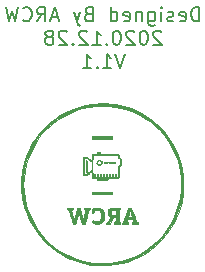
<source format=gbr>
%TF.GenerationSoftware,KiCad,Pcbnew,(5.1.8)-1*%
%TF.CreationDate,2020-12-28T01:33:14+08:00*%
%TF.ProjectId,PModCamera,504d6f64-4361-46d6-9572-612e6b696361,rev?*%
%TF.SameCoordinates,Original*%
%TF.FileFunction,Legend,Bot*%
%TF.FilePolarity,Positive*%
%FSLAX46Y46*%
G04 Gerber Fmt 4.6, Leading zero omitted, Abs format (unit mm)*
G04 Created by KiCad (PCBNEW (5.1.8)-1) date 2020-12-28 01:33:14*
%MOMM*%
%LPD*%
G01*
G04 APERTURE LIST*
%ADD10C,0.200000*%
%ADD11C,0.010000*%
G04 APERTURE END LIST*
D10*
X103872285Y-104841857D02*
X103872285Y-103641857D01*
X103586571Y-103641857D01*
X103415142Y-103699000D01*
X103300857Y-103813285D01*
X103243714Y-103927571D01*
X103186571Y-104156142D01*
X103186571Y-104327571D01*
X103243714Y-104556142D01*
X103300857Y-104670428D01*
X103415142Y-104784714D01*
X103586571Y-104841857D01*
X103872285Y-104841857D01*
X102215142Y-104784714D02*
X102329428Y-104841857D01*
X102558000Y-104841857D01*
X102672285Y-104784714D01*
X102729428Y-104670428D01*
X102729428Y-104213285D01*
X102672285Y-104099000D01*
X102558000Y-104041857D01*
X102329428Y-104041857D01*
X102215142Y-104099000D01*
X102158000Y-104213285D01*
X102158000Y-104327571D01*
X102729428Y-104441857D01*
X101700857Y-104784714D02*
X101586571Y-104841857D01*
X101358000Y-104841857D01*
X101243714Y-104784714D01*
X101186571Y-104670428D01*
X101186571Y-104613285D01*
X101243714Y-104499000D01*
X101358000Y-104441857D01*
X101529428Y-104441857D01*
X101643714Y-104384714D01*
X101700857Y-104270428D01*
X101700857Y-104213285D01*
X101643714Y-104099000D01*
X101529428Y-104041857D01*
X101358000Y-104041857D01*
X101243714Y-104099000D01*
X100672285Y-104841857D02*
X100672285Y-104041857D01*
X100672285Y-103641857D02*
X100729428Y-103699000D01*
X100672285Y-103756142D01*
X100615142Y-103699000D01*
X100672285Y-103641857D01*
X100672285Y-103756142D01*
X99586571Y-104041857D02*
X99586571Y-105013285D01*
X99643714Y-105127571D01*
X99700857Y-105184714D01*
X99815142Y-105241857D01*
X99986571Y-105241857D01*
X100100857Y-105184714D01*
X99586571Y-104784714D02*
X99700857Y-104841857D01*
X99929428Y-104841857D01*
X100043714Y-104784714D01*
X100100857Y-104727571D01*
X100158000Y-104613285D01*
X100158000Y-104270428D01*
X100100857Y-104156142D01*
X100043714Y-104099000D01*
X99929428Y-104041857D01*
X99700857Y-104041857D01*
X99586571Y-104099000D01*
X99015142Y-104041857D02*
X99015142Y-104841857D01*
X99015142Y-104156142D02*
X98958000Y-104099000D01*
X98843714Y-104041857D01*
X98672285Y-104041857D01*
X98558000Y-104099000D01*
X98500857Y-104213285D01*
X98500857Y-104841857D01*
X97472285Y-104784714D02*
X97586571Y-104841857D01*
X97815142Y-104841857D01*
X97929428Y-104784714D01*
X97986571Y-104670428D01*
X97986571Y-104213285D01*
X97929428Y-104099000D01*
X97815142Y-104041857D01*
X97586571Y-104041857D01*
X97472285Y-104099000D01*
X97415142Y-104213285D01*
X97415142Y-104327571D01*
X97986571Y-104441857D01*
X96386571Y-104841857D02*
X96386571Y-103641857D01*
X96386571Y-104784714D02*
X96500857Y-104841857D01*
X96729428Y-104841857D01*
X96843714Y-104784714D01*
X96900857Y-104727571D01*
X96958000Y-104613285D01*
X96958000Y-104270428D01*
X96900857Y-104156142D01*
X96843714Y-104099000D01*
X96729428Y-104041857D01*
X96500857Y-104041857D01*
X96386571Y-104099000D01*
X94500857Y-104213285D02*
X94329428Y-104270428D01*
X94272285Y-104327571D01*
X94215142Y-104441857D01*
X94215142Y-104613285D01*
X94272285Y-104727571D01*
X94329428Y-104784714D01*
X94443714Y-104841857D01*
X94900857Y-104841857D01*
X94900857Y-103641857D01*
X94500857Y-103641857D01*
X94386571Y-103699000D01*
X94329428Y-103756142D01*
X94272285Y-103870428D01*
X94272285Y-103984714D01*
X94329428Y-104099000D01*
X94386571Y-104156142D01*
X94500857Y-104213285D01*
X94900857Y-104213285D01*
X93815142Y-104041857D02*
X93529428Y-104841857D01*
X93243714Y-104041857D02*
X93529428Y-104841857D01*
X93643714Y-105127571D01*
X93700857Y-105184714D01*
X93815142Y-105241857D01*
X91929428Y-104499000D02*
X91358000Y-104499000D01*
X92043714Y-104841857D02*
X91643714Y-103641857D01*
X91243714Y-104841857D01*
X90158000Y-104841857D02*
X90558000Y-104270428D01*
X90843714Y-104841857D02*
X90843714Y-103641857D01*
X90386571Y-103641857D01*
X90272285Y-103699000D01*
X90215142Y-103756142D01*
X90158000Y-103870428D01*
X90158000Y-104041857D01*
X90215142Y-104156142D01*
X90272285Y-104213285D01*
X90386571Y-104270428D01*
X90843714Y-104270428D01*
X88958000Y-104727571D02*
X89015142Y-104784714D01*
X89186571Y-104841857D01*
X89300857Y-104841857D01*
X89472285Y-104784714D01*
X89586571Y-104670428D01*
X89643714Y-104556142D01*
X89700857Y-104327571D01*
X89700857Y-104156142D01*
X89643714Y-103927571D01*
X89586571Y-103813285D01*
X89472285Y-103699000D01*
X89300857Y-103641857D01*
X89186571Y-103641857D01*
X89015142Y-103699000D01*
X88958000Y-103756142D01*
X88558000Y-103641857D02*
X88272285Y-104841857D01*
X88043714Y-103984714D01*
X87815142Y-104841857D01*
X87529428Y-103641857D01*
X100672285Y-105756142D02*
X100615142Y-105699000D01*
X100500857Y-105641857D01*
X100215142Y-105641857D01*
X100100857Y-105699000D01*
X100043714Y-105756142D01*
X99986571Y-105870428D01*
X99986571Y-105984714D01*
X100043714Y-106156142D01*
X100729428Y-106841857D01*
X99986571Y-106841857D01*
X99243714Y-105641857D02*
X99129428Y-105641857D01*
X99015142Y-105699000D01*
X98958000Y-105756142D01*
X98900857Y-105870428D01*
X98843714Y-106099000D01*
X98843714Y-106384714D01*
X98900857Y-106613285D01*
X98958000Y-106727571D01*
X99015142Y-106784714D01*
X99129428Y-106841857D01*
X99243714Y-106841857D01*
X99358000Y-106784714D01*
X99415142Y-106727571D01*
X99472285Y-106613285D01*
X99529428Y-106384714D01*
X99529428Y-106099000D01*
X99472285Y-105870428D01*
X99415142Y-105756142D01*
X99358000Y-105699000D01*
X99243714Y-105641857D01*
X98386571Y-105756142D02*
X98329428Y-105699000D01*
X98215142Y-105641857D01*
X97929428Y-105641857D01*
X97815142Y-105699000D01*
X97758000Y-105756142D01*
X97700857Y-105870428D01*
X97700857Y-105984714D01*
X97758000Y-106156142D01*
X98443714Y-106841857D01*
X97700857Y-106841857D01*
X96958000Y-105641857D02*
X96843714Y-105641857D01*
X96729428Y-105699000D01*
X96672285Y-105756142D01*
X96615142Y-105870428D01*
X96558000Y-106099000D01*
X96558000Y-106384714D01*
X96615142Y-106613285D01*
X96672285Y-106727571D01*
X96729428Y-106784714D01*
X96843714Y-106841857D01*
X96958000Y-106841857D01*
X97072285Y-106784714D01*
X97129428Y-106727571D01*
X97186571Y-106613285D01*
X97243714Y-106384714D01*
X97243714Y-106099000D01*
X97186571Y-105870428D01*
X97129428Y-105756142D01*
X97072285Y-105699000D01*
X96958000Y-105641857D01*
X96043714Y-106727571D02*
X95986571Y-106784714D01*
X96043714Y-106841857D01*
X96100857Y-106784714D01*
X96043714Y-106727571D01*
X96043714Y-106841857D01*
X94843714Y-106841857D02*
X95529428Y-106841857D01*
X95186571Y-106841857D02*
X95186571Y-105641857D01*
X95300857Y-105813285D01*
X95415142Y-105927571D01*
X95529428Y-105984714D01*
X94386571Y-105756142D02*
X94329428Y-105699000D01*
X94215142Y-105641857D01*
X93929428Y-105641857D01*
X93815142Y-105699000D01*
X93758000Y-105756142D01*
X93700857Y-105870428D01*
X93700857Y-105984714D01*
X93758000Y-106156142D01*
X94443714Y-106841857D01*
X93700857Y-106841857D01*
X93186571Y-106727571D02*
X93129428Y-106784714D01*
X93186571Y-106841857D01*
X93243714Y-106784714D01*
X93186571Y-106727571D01*
X93186571Y-106841857D01*
X92672285Y-105756142D02*
X92615142Y-105699000D01*
X92500857Y-105641857D01*
X92215142Y-105641857D01*
X92100857Y-105699000D01*
X92043714Y-105756142D01*
X91986571Y-105870428D01*
X91986571Y-105984714D01*
X92043714Y-106156142D01*
X92729428Y-106841857D01*
X91986571Y-106841857D01*
X91300857Y-106156142D02*
X91415142Y-106099000D01*
X91472285Y-106041857D01*
X91529428Y-105927571D01*
X91529428Y-105870428D01*
X91472285Y-105756142D01*
X91415142Y-105699000D01*
X91300857Y-105641857D01*
X91072285Y-105641857D01*
X90958000Y-105699000D01*
X90900857Y-105756142D01*
X90843714Y-105870428D01*
X90843714Y-105927571D01*
X90900857Y-106041857D01*
X90958000Y-106099000D01*
X91072285Y-106156142D01*
X91300857Y-106156142D01*
X91415142Y-106213285D01*
X91472285Y-106270428D01*
X91529428Y-106384714D01*
X91529428Y-106613285D01*
X91472285Y-106727571D01*
X91415142Y-106784714D01*
X91300857Y-106841857D01*
X91072285Y-106841857D01*
X90958000Y-106784714D01*
X90900857Y-106727571D01*
X90843714Y-106613285D01*
X90843714Y-106384714D01*
X90900857Y-106270428D01*
X90958000Y-106213285D01*
X91072285Y-106156142D01*
X97586571Y-107641857D02*
X97186571Y-108841857D01*
X96786571Y-107641857D01*
X95758000Y-108841857D02*
X96443714Y-108841857D01*
X96100857Y-108841857D02*
X96100857Y-107641857D01*
X96215142Y-107813285D01*
X96329428Y-107927571D01*
X96443714Y-107984714D01*
X95243714Y-108727571D02*
X95186571Y-108784714D01*
X95243714Y-108841857D01*
X95300857Y-108784714D01*
X95243714Y-108727571D01*
X95243714Y-108841857D01*
X94043714Y-108841857D02*
X94729428Y-108841857D01*
X94386571Y-108841857D02*
X94386571Y-107641857D01*
X94500857Y-107813285D01*
X94615142Y-107927571D01*
X94729428Y-107984714D01*
D11*
%TO.C,G\u002A\u002A\u002A*%
G36*
X95415180Y-111801391D02*
G01*
X95198706Y-111807456D01*
X95006421Y-111819090D01*
X94825064Y-111837543D01*
X94641377Y-111864065D01*
X94442099Y-111899905D01*
X94297500Y-111928877D01*
X93727500Y-112072119D01*
X93173621Y-112262780D01*
X92638906Y-112499223D01*
X92126393Y-112779807D01*
X91639122Y-113102896D01*
X91180135Y-113466850D01*
X90817311Y-113804310D01*
X90420170Y-114237085D01*
X90062512Y-114700706D01*
X89745978Y-115192134D01*
X89472204Y-115708328D01*
X89242829Y-116246248D01*
X89059492Y-116802855D01*
X88941878Y-117284500D01*
X88899292Y-117501078D01*
X88866839Y-117693423D01*
X88843268Y-117874795D01*
X88827330Y-118058452D01*
X88817777Y-118257654D01*
X88813359Y-118485661D01*
X88812648Y-118656100D01*
X88814392Y-118910020D01*
X88820457Y-119126494D01*
X88832091Y-119318779D01*
X88850544Y-119500136D01*
X88877066Y-119683823D01*
X88912906Y-119883101D01*
X88941878Y-120027700D01*
X89085120Y-120597700D01*
X89275781Y-121151579D01*
X89512224Y-121686294D01*
X89792808Y-122198807D01*
X90115897Y-122686078D01*
X90479851Y-123145065D01*
X90817311Y-123507889D01*
X91252034Y-123907144D01*
X91715911Y-124265232D01*
X92207114Y-124581243D01*
X92723816Y-124854270D01*
X93264192Y-125083404D01*
X93826414Y-125267736D01*
X94408656Y-125406360D01*
X94754700Y-125465443D01*
X94855761Y-125476774D01*
X94994445Y-125487440D01*
X95160142Y-125497088D01*
X95342244Y-125505367D01*
X95530139Y-125511922D01*
X95713217Y-125516402D01*
X95880869Y-125518453D01*
X96022485Y-125517723D01*
X96127454Y-125513859D01*
X96151700Y-125511890D01*
X96725968Y-125437296D01*
X97266239Y-125329952D01*
X97779086Y-125187685D01*
X98271082Y-125008320D01*
X98748801Y-124789680D01*
X99218815Y-124529591D01*
X99334761Y-124458539D01*
X99804555Y-124135540D01*
X100244632Y-123773001D01*
X100652819Y-123374070D01*
X101026940Y-122941894D01*
X101364823Y-122479619D01*
X101664292Y-121990392D01*
X101923173Y-121477361D01*
X102139291Y-120943671D01*
X102310473Y-120392469D01*
X102396323Y-120027700D01*
X102438909Y-119811121D01*
X102471362Y-119618776D01*
X102494933Y-119437404D01*
X102510871Y-119253747D01*
X102520424Y-119054545D01*
X102524842Y-118826538D01*
X102525553Y-118656100D01*
X102336601Y-118656100D01*
X102311713Y-119239775D01*
X102237657Y-119813255D01*
X102115342Y-120374147D01*
X101945674Y-120920063D01*
X101729564Y-121448611D01*
X101467919Y-121957402D01*
X101161649Y-122444046D01*
X100811661Y-122906151D01*
X100649085Y-123095446D01*
X100242932Y-123513703D01*
X99806767Y-123891449D01*
X99342487Y-124227697D01*
X98851989Y-124521462D01*
X98337174Y-124771759D01*
X97799937Y-124977602D01*
X97242178Y-125138005D01*
X96665796Y-125251983D01*
X96434421Y-125283874D01*
X96224612Y-125302992D01*
X95980486Y-125314910D01*
X95718015Y-125319613D01*
X95453170Y-125317084D01*
X95201925Y-125307308D01*
X94980252Y-125290266D01*
X94935867Y-125285404D01*
X94355427Y-125194661D01*
X93800697Y-125060939D01*
X93269173Y-124883507D01*
X92758350Y-124661631D01*
X92689914Y-124627768D01*
X92182228Y-124345119D01*
X91706286Y-124024198D01*
X91263611Y-123667471D01*
X90855727Y-123277404D01*
X90484156Y-122856464D01*
X90150420Y-122407115D01*
X89856045Y-121931825D01*
X89602551Y-121433058D01*
X89391463Y-120913280D01*
X89224303Y-120374958D01*
X89102594Y-119820557D01*
X89027860Y-119252544D01*
X89001622Y-118673383D01*
X89001600Y-118656099D01*
X89026519Y-118074744D01*
X89100453Y-117503444D01*
X89222173Y-116944781D01*
X89390445Y-116401338D01*
X89604040Y-115875695D01*
X89861727Y-115370435D01*
X90162273Y-114888140D01*
X90504448Y-114431391D01*
X90887020Y-114002771D01*
X91308759Y-113604860D01*
X91478100Y-113462999D01*
X91935335Y-113124447D01*
X92416266Y-112829270D01*
X92917644Y-112577806D01*
X93436219Y-112370390D01*
X93968740Y-112207361D01*
X94511958Y-112089055D01*
X95062623Y-112015809D01*
X95617486Y-111987961D01*
X96173295Y-112005846D01*
X96726801Y-112069803D01*
X97274755Y-112180167D01*
X97813906Y-112337276D01*
X98341004Y-112541468D01*
X98703461Y-112713829D01*
X99209665Y-113001815D01*
X99683518Y-113327595D01*
X100123534Y-113688745D01*
X100528231Y-114082837D01*
X100896126Y-114507446D01*
X101225734Y-114960144D01*
X101515573Y-115438507D01*
X101764158Y-115940107D01*
X101970008Y-116462519D01*
X102131637Y-117003316D01*
X102247564Y-117560073D01*
X102316304Y-118130362D01*
X102336601Y-118656100D01*
X102525553Y-118656100D01*
X102523809Y-118402179D01*
X102517744Y-118185705D01*
X102506110Y-117993420D01*
X102487657Y-117812063D01*
X102461135Y-117628376D01*
X102425295Y-117429098D01*
X102396323Y-117284500D01*
X102253081Y-116714499D01*
X102062420Y-116160620D01*
X101825977Y-115625905D01*
X101545393Y-115113392D01*
X101222304Y-114626121D01*
X100858350Y-114167134D01*
X100520890Y-113804310D01*
X100088115Y-113407169D01*
X99624494Y-113049511D01*
X99133066Y-112732977D01*
X98616872Y-112459203D01*
X98078952Y-112229828D01*
X97522345Y-112046491D01*
X97040700Y-111928877D01*
X96824122Y-111886291D01*
X96631777Y-111853838D01*
X96450405Y-111830267D01*
X96266748Y-111814329D01*
X96067546Y-111804776D01*
X95839539Y-111800358D01*
X95669100Y-111799647D01*
X95415180Y-111801391D01*
G37*
X95415180Y-111801391D02*
X95198706Y-111807456D01*
X95006421Y-111819090D01*
X94825064Y-111837543D01*
X94641377Y-111864065D01*
X94442099Y-111899905D01*
X94297500Y-111928877D01*
X93727500Y-112072119D01*
X93173621Y-112262780D01*
X92638906Y-112499223D01*
X92126393Y-112779807D01*
X91639122Y-113102896D01*
X91180135Y-113466850D01*
X90817311Y-113804310D01*
X90420170Y-114237085D01*
X90062512Y-114700706D01*
X89745978Y-115192134D01*
X89472204Y-115708328D01*
X89242829Y-116246248D01*
X89059492Y-116802855D01*
X88941878Y-117284500D01*
X88899292Y-117501078D01*
X88866839Y-117693423D01*
X88843268Y-117874795D01*
X88827330Y-118058452D01*
X88817777Y-118257654D01*
X88813359Y-118485661D01*
X88812648Y-118656100D01*
X88814392Y-118910020D01*
X88820457Y-119126494D01*
X88832091Y-119318779D01*
X88850544Y-119500136D01*
X88877066Y-119683823D01*
X88912906Y-119883101D01*
X88941878Y-120027700D01*
X89085120Y-120597700D01*
X89275781Y-121151579D01*
X89512224Y-121686294D01*
X89792808Y-122198807D01*
X90115897Y-122686078D01*
X90479851Y-123145065D01*
X90817311Y-123507889D01*
X91252034Y-123907144D01*
X91715911Y-124265232D01*
X92207114Y-124581243D01*
X92723816Y-124854270D01*
X93264192Y-125083404D01*
X93826414Y-125267736D01*
X94408656Y-125406360D01*
X94754700Y-125465443D01*
X94855761Y-125476774D01*
X94994445Y-125487440D01*
X95160142Y-125497088D01*
X95342244Y-125505367D01*
X95530139Y-125511922D01*
X95713217Y-125516402D01*
X95880869Y-125518453D01*
X96022485Y-125517723D01*
X96127454Y-125513859D01*
X96151700Y-125511890D01*
X96725968Y-125437296D01*
X97266239Y-125329952D01*
X97779086Y-125187685D01*
X98271082Y-125008320D01*
X98748801Y-124789680D01*
X99218815Y-124529591D01*
X99334761Y-124458539D01*
X99804555Y-124135540D01*
X100244632Y-123773001D01*
X100652819Y-123374070D01*
X101026940Y-122941894D01*
X101364823Y-122479619D01*
X101664292Y-121990392D01*
X101923173Y-121477361D01*
X102139291Y-120943671D01*
X102310473Y-120392469D01*
X102396323Y-120027700D01*
X102438909Y-119811121D01*
X102471362Y-119618776D01*
X102494933Y-119437404D01*
X102510871Y-119253747D01*
X102520424Y-119054545D01*
X102524842Y-118826538D01*
X102525553Y-118656100D01*
X102336601Y-118656100D01*
X102311713Y-119239775D01*
X102237657Y-119813255D01*
X102115342Y-120374147D01*
X101945674Y-120920063D01*
X101729564Y-121448611D01*
X101467919Y-121957402D01*
X101161649Y-122444046D01*
X100811661Y-122906151D01*
X100649085Y-123095446D01*
X100242932Y-123513703D01*
X99806767Y-123891449D01*
X99342487Y-124227697D01*
X98851989Y-124521462D01*
X98337174Y-124771759D01*
X97799937Y-124977602D01*
X97242178Y-125138005D01*
X96665796Y-125251983D01*
X96434421Y-125283874D01*
X96224612Y-125302992D01*
X95980486Y-125314910D01*
X95718015Y-125319613D01*
X95453170Y-125317084D01*
X95201925Y-125307308D01*
X94980252Y-125290266D01*
X94935867Y-125285404D01*
X94355427Y-125194661D01*
X93800697Y-125060939D01*
X93269173Y-124883507D01*
X92758350Y-124661631D01*
X92689914Y-124627768D01*
X92182228Y-124345119D01*
X91706286Y-124024198D01*
X91263611Y-123667471D01*
X90855727Y-123277404D01*
X90484156Y-122856464D01*
X90150420Y-122407115D01*
X89856045Y-121931825D01*
X89602551Y-121433058D01*
X89391463Y-120913280D01*
X89224303Y-120374958D01*
X89102594Y-119820557D01*
X89027860Y-119252544D01*
X89001622Y-118673383D01*
X89001600Y-118656099D01*
X89026519Y-118074744D01*
X89100453Y-117503444D01*
X89222173Y-116944781D01*
X89390445Y-116401338D01*
X89604040Y-115875695D01*
X89861727Y-115370435D01*
X90162273Y-114888140D01*
X90504448Y-114431391D01*
X90887020Y-114002771D01*
X91308759Y-113604860D01*
X91478100Y-113462999D01*
X91935335Y-113124447D01*
X92416266Y-112829270D01*
X92917644Y-112577806D01*
X93436219Y-112370390D01*
X93968740Y-112207361D01*
X94511958Y-112089055D01*
X95062623Y-112015809D01*
X95617486Y-111987961D01*
X96173295Y-112005846D01*
X96726801Y-112069803D01*
X97274755Y-112180167D01*
X97813906Y-112337276D01*
X98341004Y-112541468D01*
X98703461Y-112713829D01*
X99209665Y-113001815D01*
X99683518Y-113327595D01*
X100123534Y-113688745D01*
X100528231Y-114082837D01*
X100896126Y-114507446D01*
X101225734Y-114960144D01*
X101515573Y-115438507D01*
X101764158Y-115940107D01*
X101970008Y-116462519D01*
X102131637Y-117003316D01*
X102247564Y-117560073D01*
X102316304Y-118130362D01*
X102336601Y-118656100D01*
X102525553Y-118656100D01*
X102523809Y-118402179D01*
X102517744Y-118185705D01*
X102506110Y-117993420D01*
X102487657Y-117812063D01*
X102461135Y-117628376D01*
X102425295Y-117429098D01*
X102396323Y-117284500D01*
X102253081Y-116714499D01*
X102062420Y-116160620D01*
X101825977Y-115625905D01*
X101545393Y-115113392D01*
X101222304Y-114626121D01*
X100858350Y-114167134D01*
X100520890Y-113804310D01*
X100088115Y-113407169D01*
X99624494Y-113049511D01*
X99133066Y-112732977D01*
X98616872Y-112459203D01*
X98078952Y-112229828D01*
X97522345Y-112046491D01*
X97040700Y-111928877D01*
X96824122Y-111886291D01*
X96631777Y-111853838D01*
X96450405Y-111830267D01*
X96266748Y-111814329D01*
X96067546Y-111804776D01*
X95839539Y-111800358D01*
X95669100Y-111799647D01*
X95415180Y-111801391D01*
G36*
X95095882Y-120634067D02*
G01*
X94986548Y-120654706D01*
X94894792Y-120684322D01*
X94831508Y-120719355D01*
X94807591Y-120756251D01*
X94807617Y-120757950D01*
X94809671Y-120808700D01*
X94812493Y-120887329D01*
X94813967Y-120931087D01*
X94818131Y-121006683D01*
X94829023Y-121043630D01*
X94854009Y-121054073D01*
X94887147Y-121051737D01*
X94938793Y-121034820D01*
X94965833Y-120989529D01*
X94973103Y-120959861D01*
X94988515Y-120895787D01*
X95011142Y-120860941D01*
X95056407Y-120840798D01*
X95114638Y-120826568D01*
X95249141Y-120818609D01*
X95368792Y-120855375D01*
X95465275Y-120932588D01*
X95527709Y-121039003D01*
X95544852Y-121117937D01*
X95553074Y-121227681D01*
X95552642Y-121349415D01*
X95543821Y-121464316D01*
X95526878Y-121553562D01*
X95520154Y-121572751D01*
X95476848Y-121644685D01*
X95415114Y-121714423D01*
X95403905Y-121724335D01*
X95303154Y-121777858D01*
X95180548Y-121794622D01*
X95049876Y-121774065D01*
X94970281Y-121742036D01*
X94870385Y-121691073D01*
X94826654Y-121757816D01*
X94798729Y-121806069D01*
X94801383Y-121834558D01*
X94832312Y-121862290D01*
X94962154Y-121935416D01*
X95117182Y-121983094D01*
X95276007Y-122000156D01*
X95370916Y-121992421D01*
X95520957Y-121944874D01*
X95639730Y-121858922D01*
X95696820Y-121789653D01*
X95781306Y-121625070D01*
X95825435Y-121440891D01*
X95829233Y-121248337D01*
X95792728Y-121058632D01*
X95715944Y-120882998D01*
X95694609Y-120848808D01*
X95597461Y-120746102D01*
X95465744Y-120672314D01*
X95309513Y-120632086D01*
X95211900Y-120625959D01*
X95095882Y-120634067D01*
G37*
X95095882Y-120634067D02*
X94986548Y-120654706D01*
X94894792Y-120684322D01*
X94831508Y-120719355D01*
X94807591Y-120756251D01*
X94807617Y-120757950D01*
X94809671Y-120808700D01*
X94812493Y-120887329D01*
X94813967Y-120931087D01*
X94818131Y-121006683D01*
X94829023Y-121043630D01*
X94854009Y-121054073D01*
X94887147Y-121051737D01*
X94938793Y-121034820D01*
X94965833Y-120989529D01*
X94973103Y-120959861D01*
X94988515Y-120895787D01*
X95011142Y-120860941D01*
X95056407Y-120840798D01*
X95114638Y-120826568D01*
X95249141Y-120818609D01*
X95368792Y-120855375D01*
X95465275Y-120932588D01*
X95527709Y-121039003D01*
X95544852Y-121117937D01*
X95553074Y-121227681D01*
X95552642Y-121349415D01*
X95543821Y-121464316D01*
X95526878Y-121553562D01*
X95520154Y-121572751D01*
X95476848Y-121644685D01*
X95415114Y-121714423D01*
X95403905Y-121724335D01*
X95303154Y-121777858D01*
X95180548Y-121794622D01*
X95049876Y-121774065D01*
X94970281Y-121742036D01*
X94870385Y-121691073D01*
X94826654Y-121757816D01*
X94798729Y-121806069D01*
X94801383Y-121834558D01*
X94832312Y-121862290D01*
X94962154Y-121935416D01*
X95117182Y-121983094D01*
X95276007Y-122000156D01*
X95370916Y-121992421D01*
X95520957Y-121944874D01*
X95639730Y-121858922D01*
X95696820Y-121789653D01*
X95781306Y-121625070D01*
X95825435Y-121440891D01*
X95829233Y-121248337D01*
X95792728Y-121058632D01*
X95715944Y-120882998D01*
X95694609Y-120848808D01*
X95597461Y-120746102D01*
X95465744Y-120672314D01*
X95309513Y-120632086D01*
X95211900Y-120625959D01*
X95095882Y-120634067D01*
G36*
X97651238Y-121244272D02*
G01*
X97584810Y-121431758D01*
X97531875Y-121576418D01*
X97490077Y-121683690D01*
X97457056Y-121759012D01*
X97430453Y-121807821D01*
X97407912Y-121835554D01*
X97389950Y-121846704D01*
X97342312Y-121886028D01*
X97332800Y-121931881D01*
X97332800Y-121996200D01*
X97869575Y-121996200D01*
X97861538Y-121926350D01*
X97840491Y-121868914D01*
X97796350Y-121848383D01*
X97754738Y-121833696D01*
X97741438Y-121798811D01*
X97754485Y-121733446D01*
X97767085Y-121695190D01*
X97794970Y-121615200D01*
X98264895Y-121615200D01*
X98305344Y-121718174D01*
X98328157Y-121787943D01*
X98326246Y-121822737D01*
X98315547Y-121830037D01*
X98243344Y-121854376D01*
X98208055Y-121878872D01*
X98196938Y-121914415D01*
X98196400Y-121931902D01*
X98197992Y-121961689D01*
X98209109Y-121980474D01*
X98239268Y-121990795D01*
X98297984Y-121995186D01*
X98394773Y-121996183D01*
X98437700Y-121996200D01*
X98549485Y-121995772D01*
X98619986Y-121992803D01*
X98658718Y-121984765D01*
X98675197Y-121969128D01*
X98678939Y-121943362D01*
X98679000Y-121932071D01*
X98659368Y-121871431D01*
X98618973Y-121845120D01*
X98597199Y-121831009D01*
X98573543Y-121801502D01*
X98545503Y-121751126D01*
X98510579Y-121674404D01*
X98466268Y-121565863D01*
X98416763Y-121437400D01*
X98218439Y-121437400D01*
X98026902Y-121437400D01*
X97924870Y-121435100D01*
X97866950Y-121427434D01*
X97846630Y-121413248D01*
X97847509Y-121405650D01*
X97859264Y-121368871D01*
X97881189Y-121295265D01*
X97909722Y-121196913D01*
X97930250Y-121124993D01*
X97961406Y-121023932D01*
X97989974Y-120946950D01*
X98012232Y-120903230D01*
X98022379Y-120897618D01*
X98038927Y-120929369D01*
X98066881Y-120998442D01*
X98101977Y-121093835D01*
X98131174Y-121178274D01*
X98218439Y-121437400D01*
X98416763Y-121437400D01*
X98410068Y-121420028D01*
X98343589Y-121242498D01*
X98128233Y-120662700D01*
X97855376Y-120662700D01*
X97651238Y-121244272D01*
G37*
X97651238Y-121244272D02*
X97584810Y-121431758D01*
X97531875Y-121576418D01*
X97490077Y-121683690D01*
X97457056Y-121759012D01*
X97430453Y-121807821D01*
X97407912Y-121835554D01*
X97389950Y-121846704D01*
X97342312Y-121886028D01*
X97332800Y-121931881D01*
X97332800Y-121996200D01*
X97869575Y-121996200D01*
X97861538Y-121926350D01*
X97840491Y-121868914D01*
X97796350Y-121848383D01*
X97754738Y-121833696D01*
X97741438Y-121798811D01*
X97754485Y-121733446D01*
X97767085Y-121695190D01*
X97794970Y-121615200D01*
X98264895Y-121615200D01*
X98305344Y-121718174D01*
X98328157Y-121787943D01*
X98326246Y-121822737D01*
X98315547Y-121830037D01*
X98243344Y-121854376D01*
X98208055Y-121878872D01*
X98196938Y-121914415D01*
X98196400Y-121931902D01*
X98197992Y-121961689D01*
X98209109Y-121980474D01*
X98239268Y-121990795D01*
X98297984Y-121995186D01*
X98394773Y-121996183D01*
X98437700Y-121996200D01*
X98549485Y-121995772D01*
X98619986Y-121992803D01*
X98658718Y-121984765D01*
X98675197Y-121969128D01*
X98678939Y-121943362D01*
X98679000Y-121932071D01*
X98659368Y-121871431D01*
X98618973Y-121845120D01*
X98597199Y-121831009D01*
X98573543Y-121801502D01*
X98545503Y-121751126D01*
X98510579Y-121674404D01*
X98466268Y-121565863D01*
X98416763Y-121437400D01*
X98218439Y-121437400D01*
X98026902Y-121437400D01*
X97924870Y-121435100D01*
X97866950Y-121427434D01*
X97846630Y-121413248D01*
X97847509Y-121405650D01*
X97859264Y-121368871D01*
X97881189Y-121295265D01*
X97909722Y-121196913D01*
X97930250Y-121124993D01*
X97961406Y-121023932D01*
X97989974Y-120946950D01*
X98012232Y-120903230D01*
X98022379Y-120897618D01*
X98038927Y-120929369D01*
X98066881Y-120998442D01*
X98101977Y-121093835D01*
X98131174Y-121178274D01*
X98218439Y-121437400D01*
X98416763Y-121437400D01*
X98410068Y-121420028D01*
X98343589Y-121242498D01*
X98128233Y-120662700D01*
X97855376Y-120662700D01*
X97651238Y-121244272D01*
G36*
X96600063Y-120653383D02*
G01*
X96446234Y-120665426D01*
X96331327Y-120688970D01*
X96249569Y-120726853D01*
X96195189Y-120781917D01*
X96162414Y-120857002D01*
X96145472Y-120954946D01*
X96143911Y-120972126D01*
X96149842Y-121116622D01*
X96195076Y-121229950D01*
X96280760Y-121314477D01*
X96320826Y-121337853D01*
X96416188Y-121386503D01*
X96355709Y-121446981D01*
X96312633Y-121501446D01*
X96260509Y-121583246D01*
X96216271Y-121663880D01*
X96154113Y-121769235D01*
X96096532Y-121831796D01*
X96074655Y-121844121D01*
X96023354Y-121883055D01*
X96012000Y-121932071D01*
X96015244Y-121967901D01*
X96033014Y-121987075D01*
X96077370Y-121994779D01*
X96160371Y-121996199D01*
X96161117Y-121996200D01*
X96310233Y-121996200D01*
X96408164Y-121776419D01*
X96470031Y-121642140D01*
X96519866Y-121548335D01*
X96563696Y-121487996D01*
X96607546Y-121454115D01*
X96657441Y-121439683D01*
X96699644Y-121437400D01*
X96799400Y-121437400D01*
X96799400Y-121625415D01*
X96798562Y-121721860D01*
X96793127Y-121779834D01*
X96778719Y-121811665D01*
X96750958Y-121829683D01*
X96723200Y-121839993D01*
X96666158Y-121871714D01*
X96647310Y-121920906D01*
X96647000Y-121931378D01*
X96647000Y-121996200D01*
X97180400Y-121996200D01*
X97180400Y-121932071D01*
X97161655Y-121872672D01*
X97116900Y-121843800D01*
X97053400Y-121819657D01*
X97053400Y-120827800D01*
X96799400Y-120827800D01*
X96799400Y-121265705D01*
X96647952Y-121254750D01*
X96535457Y-121238153D01*
X96459732Y-121208719D01*
X96447423Y-121199378D01*
X96396166Y-121120870D01*
X96383524Y-121021497D01*
X96398415Y-120950186D01*
X96432032Y-120887038D01*
X96486051Y-120849021D01*
X96571160Y-120831095D01*
X96658031Y-120827800D01*
X96799400Y-120827800D01*
X97053400Y-120827800D01*
X97053400Y-120807907D01*
X97116900Y-120791969D01*
X97167465Y-120763544D01*
X97180400Y-120713016D01*
X97180400Y-120650000D01*
X96798585Y-120650000D01*
X96600063Y-120653383D01*
G37*
X96600063Y-120653383D02*
X96446234Y-120665426D01*
X96331327Y-120688970D01*
X96249569Y-120726853D01*
X96195189Y-120781917D01*
X96162414Y-120857002D01*
X96145472Y-120954946D01*
X96143911Y-120972126D01*
X96149842Y-121116622D01*
X96195076Y-121229950D01*
X96280760Y-121314477D01*
X96320826Y-121337853D01*
X96416188Y-121386503D01*
X96355709Y-121446981D01*
X96312633Y-121501446D01*
X96260509Y-121583246D01*
X96216271Y-121663880D01*
X96154113Y-121769235D01*
X96096532Y-121831796D01*
X96074655Y-121844121D01*
X96023354Y-121883055D01*
X96012000Y-121932071D01*
X96015244Y-121967901D01*
X96033014Y-121987075D01*
X96077370Y-121994779D01*
X96160371Y-121996199D01*
X96161117Y-121996200D01*
X96310233Y-121996200D01*
X96408164Y-121776419D01*
X96470031Y-121642140D01*
X96519866Y-121548335D01*
X96563696Y-121487996D01*
X96607546Y-121454115D01*
X96657441Y-121439683D01*
X96699644Y-121437400D01*
X96799400Y-121437400D01*
X96799400Y-121625415D01*
X96798562Y-121721860D01*
X96793127Y-121779834D01*
X96778719Y-121811665D01*
X96750958Y-121829683D01*
X96723200Y-121839993D01*
X96666158Y-121871714D01*
X96647310Y-121920906D01*
X96647000Y-121931378D01*
X96647000Y-121996200D01*
X97180400Y-121996200D01*
X97180400Y-121932071D01*
X97161655Y-121872672D01*
X97116900Y-121843800D01*
X97053400Y-121819657D01*
X97053400Y-120827800D01*
X96799400Y-120827800D01*
X96799400Y-121265705D01*
X96647952Y-121254750D01*
X96535457Y-121238153D01*
X96459732Y-121208719D01*
X96447423Y-121199378D01*
X96396166Y-121120870D01*
X96383524Y-121021497D01*
X96398415Y-120950186D01*
X96432032Y-120887038D01*
X96486051Y-120849021D01*
X96571160Y-120831095D01*
X96658031Y-120827800D01*
X96799400Y-120827800D01*
X97053400Y-120827800D01*
X97053400Y-120807907D01*
X97116900Y-120791969D01*
X97167465Y-120763544D01*
X97180400Y-120713016D01*
X97180400Y-120650000D01*
X96798585Y-120650000D01*
X96600063Y-120653383D01*
G36*
X92830364Y-120650569D02*
G01*
X92763157Y-120654009D01*
X92727209Y-120662915D01*
X92712748Y-120679884D01*
X92710006Y-120707512D01*
X92710000Y-120710746D01*
X92728156Y-120765233D01*
X92768744Y-120786236D01*
X92788431Y-120794982D01*
X92807133Y-120814605D01*
X92826997Y-120850913D01*
X92850169Y-120909716D01*
X92878798Y-120996823D01*
X92915029Y-121118043D01*
X92961010Y-121279185D01*
X92992717Y-121392240D01*
X93157945Y-121983500D01*
X93274692Y-121991152D01*
X93391438Y-121998805D01*
X93429447Y-121864152D01*
X93450900Y-121788071D01*
X93482106Y-121677292D01*
X93519066Y-121546023D01*
X93557778Y-121408467D01*
X93562144Y-121392950D01*
X93597675Y-121270866D01*
X93629709Y-121168544D01*
X93655298Y-121094844D01*
X93671493Y-121058630D01*
X93674108Y-121056400D01*
X93686155Y-121079612D01*
X93709481Y-121144270D01*
X93741658Y-121242902D01*
X93780257Y-121368038D01*
X93822847Y-121512209D01*
X93826919Y-121526300D01*
X93962454Y-121996200D01*
X94073456Y-121996200D01*
X94146796Y-121991528D01*
X94185919Y-121972849D01*
X94204901Y-121939050D01*
X94217174Y-121898112D01*
X94239878Y-121816116D01*
X94270826Y-121701212D01*
X94307830Y-121561547D01*
X94348700Y-121405272D01*
X94362665Y-121351439D01*
X94408221Y-121176540D01*
X94443737Y-121044488D01*
X94471608Y-120948875D01*
X94494231Y-120883294D01*
X94514002Y-120841337D01*
X94533317Y-120816598D01*
X94554572Y-120802668D01*
X94570193Y-120796504D01*
X94625531Y-120761918D01*
X94640400Y-120711015D01*
X94638573Y-120683324D01*
X94626909Y-120665608D01*
X94596134Y-120655640D01*
X94536977Y-120651193D01*
X94440164Y-120650038D01*
X94386400Y-120650000D01*
X94271133Y-120650396D01*
X94197391Y-120653119D01*
X94155899Y-120660471D01*
X94137383Y-120674751D01*
X94132568Y-120698261D01*
X94132400Y-120713016D01*
X94148037Y-120766898D01*
X94196676Y-120792164D01*
X94244301Y-120816780D01*
X94248369Y-120849798D01*
X94238554Y-120888688D01*
X94220232Y-120967013D01*
X94195741Y-121074578D01*
X94167419Y-121201190D01*
X94157302Y-121246900D01*
X94127901Y-121375476D01*
X94100648Y-121486218D01*
X94078018Y-121569661D01*
X94062489Y-121616342D01*
X94059056Y-121622383D01*
X94046761Y-121605228D01*
X94023823Y-121545873D01*
X93992508Y-121451250D01*
X93955081Y-121328293D01*
X93913810Y-121183932D01*
X93903382Y-121146133D01*
X93767471Y-120650000D01*
X93651486Y-120650108D01*
X93535500Y-120650216D01*
X93411322Y-121126358D01*
X93371793Y-121275219D01*
X93335362Y-121407384D01*
X93304333Y-121514883D01*
X93281012Y-121589747D01*
X93267705Y-121624009D01*
X93267121Y-121624780D01*
X93249230Y-121617430D01*
X93228275Y-121572366D01*
X93221207Y-121548580D01*
X93198808Y-121462077D01*
X93171253Y-121353716D01*
X93141086Y-121233758D01*
X93110855Y-121112465D01*
X93083108Y-121000098D01*
X93060390Y-120906917D01*
X93045249Y-120843184D01*
X93040200Y-120819339D01*
X93061584Y-120805434D01*
X93103700Y-120791969D01*
X93154265Y-120763544D01*
X93167200Y-120713016D01*
X93165327Y-120683184D01*
X93153188Y-120664662D01*
X93121010Y-120654754D01*
X93059017Y-120650766D01*
X92957434Y-120650002D01*
X92938600Y-120650000D01*
X92830364Y-120650569D01*
G37*
X92830364Y-120650569D02*
X92763157Y-120654009D01*
X92727209Y-120662915D01*
X92712748Y-120679884D01*
X92710006Y-120707512D01*
X92710000Y-120710746D01*
X92728156Y-120765233D01*
X92768744Y-120786236D01*
X92788431Y-120794982D01*
X92807133Y-120814605D01*
X92826997Y-120850913D01*
X92850169Y-120909716D01*
X92878798Y-120996823D01*
X92915029Y-121118043D01*
X92961010Y-121279185D01*
X92992717Y-121392240D01*
X93157945Y-121983500D01*
X93274692Y-121991152D01*
X93391438Y-121998805D01*
X93429447Y-121864152D01*
X93450900Y-121788071D01*
X93482106Y-121677292D01*
X93519066Y-121546023D01*
X93557778Y-121408467D01*
X93562144Y-121392950D01*
X93597675Y-121270866D01*
X93629709Y-121168544D01*
X93655298Y-121094844D01*
X93671493Y-121058630D01*
X93674108Y-121056400D01*
X93686155Y-121079612D01*
X93709481Y-121144270D01*
X93741658Y-121242902D01*
X93780257Y-121368038D01*
X93822847Y-121512209D01*
X93826919Y-121526300D01*
X93962454Y-121996200D01*
X94073456Y-121996200D01*
X94146796Y-121991528D01*
X94185919Y-121972849D01*
X94204901Y-121939050D01*
X94217174Y-121898112D01*
X94239878Y-121816116D01*
X94270826Y-121701212D01*
X94307830Y-121561547D01*
X94348700Y-121405272D01*
X94362665Y-121351439D01*
X94408221Y-121176540D01*
X94443737Y-121044488D01*
X94471608Y-120948875D01*
X94494231Y-120883294D01*
X94514002Y-120841337D01*
X94533317Y-120816598D01*
X94554572Y-120802668D01*
X94570193Y-120796504D01*
X94625531Y-120761918D01*
X94640400Y-120711015D01*
X94638573Y-120683324D01*
X94626909Y-120665608D01*
X94596134Y-120655640D01*
X94536977Y-120651193D01*
X94440164Y-120650038D01*
X94386400Y-120650000D01*
X94271133Y-120650396D01*
X94197391Y-120653119D01*
X94155899Y-120660471D01*
X94137383Y-120674751D01*
X94132568Y-120698261D01*
X94132400Y-120713016D01*
X94148037Y-120766898D01*
X94196676Y-120792164D01*
X94244301Y-120816780D01*
X94248369Y-120849798D01*
X94238554Y-120888688D01*
X94220232Y-120967013D01*
X94195741Y-121074578D01*
X94167419Y-121201190D01*
X94157302Y-121246900D01*
X94127901Y-121375476D01*
X94100648Y-121486218D01*
X94078018Y-121569661D01*
X94062489Y-121616342D01*
X94059056Y-121622383D01*
X94046761Y-121605228D01*
X94023823Y-121545873D01*
X93992508Y-121451250D01*
X93955081Y-121328293D01*
X93913810Y-121183932D01*
X93903382Y-121146133D01*
X93767471Y-120650000D01*
X93651486Y-120650108D01*
X93535500Y-120650216D01*
X93411322Y-121126358D01*
X93371793Y-121275219D01*
X93335362Y-121407384D01*
X93304333Y-121514883D01*
X93281012Y-121589747D01*
X93267705Y-121624009D01*
X93267121Y-121624780D01*
X93249230Y-121617430D01*
X93228275Y-121572366D01*
X93221207Y-121548580D01*
X93198808Y-121462077D01*
X93171253Y-121353716D01*
X93141086Y-121233758D01*
X93110855Y-121112465D01*
X93083108Y-121000098D01*
X93060390Y-120906917D01*
X93045249Y-120843184D01*
X93040200Y-120819339D01*
X93061584Y-120805434D01*
X93103700Y-120791969D01*
X93154265Y-120763544D01*
X93167200Y-120713016D01*
X93165327Y-120683184D01*
X93153188Y-120664662D01*
X93121010Y-120654754D01*
X93059017Y-120650766D01*
X92957434Y-120650002D01*
X92938600Y-120650000D01*
X92830364Y-120650569D01*
G36*
X94818200Y-119507000D02*
G01*
X96520000Y-119507000D01*
X96520000Y-119303800D01*
X94818200Y-119303800D01*
X94818200Y-119507000D01*
G37*
X94818200Y-119507000D02*
X96520000Y-119507000D01*
X96520000Y-119303800D01*
X94818200Y-119303800D01*
X94818200Y-119507000D01*
G36*
X95300048Y-115911480D02*
G01*
X95242227Y-115947926D01*
X95224600Y-116004910D01*
X95219227Y-116029452D01*
X95196147Y-116043822D01*
X95144926Y-116050651D01*
X95055126Y-116052572D01*
X95035541Y-116052600D01*
X94928428Y-116055985D01*
X94854304Y-116071355D01*
X94807154Y-116106527D01*
X94780963Y-116169318D01*
X94769718Y-116267546D01*
X94767400Y-116401151D01*
X94766197Y-116503510D01*
X94762966Y-116583417D01*
X94758280Y-116629709D01*
X94755349Y-116636800D01*
X94731817Y-116621837D01*
X94677780Y-116581429D01*
X94602053Y-116522296D01*
X94538800Y-116471700D01*
X94442633Y-116395838D01*
X94373281Y-116347378D01*
X94319260Y-116320344D01*
X94269090Y-116308760D01*
X94221545Y-116306600D01*
X94141569Y-116313130D01*
X94096574Y-116336144D01*
X94082494Y-116355730D01*
X94075975Y-116392671D01*
X94070269Y-116472245D01*
X94065433Y-116586292D01*
X94061527Y-116726649D01*
X94058607Y-116885156D01*
X94056733Y-117053652D01*
X94055961Y-117223976D01*
X94056351Y-117387965D01*
X94057960Y-117537460D01*
X94060847Y-117664299D01*
X94065069Y-117760321D01*
X94070685Y-117817365D01*
X94072046Y-117823624D01*
X94108228Y-117870369D01*
X94175874Y-117896927D01*
X94258180Y-117898940D01*
X94310465Y-117885460D01*
X94357562Y-117858356D01*
X94430227Y-117806681D01*
X94515990Y-117739536D01*
X94556389Y-117705974D01*
X94636939Y-117638923D01*
X94702580Y-117586511D01*
X94744068Y-117556006D01*
X94753239Y-117551200D01*
X94759390Y-117574737D01*
X94764192Y-117637907D01*
X94766974Y-117729546D01*
X94767400Y-117786848D01*
X94770005Y-117926082D01*
X94781829Y-118022435D01*
X94808886Y-118083724D01*
X94857191Y-118117769D01*
X94932758Y-118132387D01*
X95035541Y-118135400D01*
X95133139Y-118136856D01*
X95190297Y-118142888D01*
X95217334Y-118155992D01*
X95224568Y-118178662D01*
X95224600Y-118181120D01*
X95229262Y-118219789D01*
X95247791Y-118247910D01*
X95287007Y-118267118D01*
X95353730Y-118279051D01*
X95454777Y-118285345D01*
X95596969Y-118287637D01*
X95669100Y-118287800D01*
X95841991Y-118286002D01*
X95966840Y-118280481D01*
X96046280Y-118271042D01*
X96082946Y-118257491D01*
X96083120Y-118257320D01*
X96109962Y-118206356D01*
X96113600Y-118181120D01*
X96115171Y-118173500D01*
X96037400Y-118173500D01*
X96030390Y-118188633D01*
X96004579Y-118199254D01*
X95952801Y-118206104D01*
X95867889Y-118209925D01*
X95742675Y-118211458D01*
X95669100Y-118211600D01*
X95522811Y-118210874D01*
X95420140Y-118208204D01*
X95353920Y-118202848D01*
X95316984Y-118194064D01*
X95302164Y-118181111D01*
X95300800Y-118173500D01*
X95307811Y-118158366D01*
X95333622Y-118147745D01*
X95385400Y-118140895D01*
X95470312Y-118137074D01*
X95595526Y-118135541D01*
X95669100Y-118135400D01*
X95815390Y-118136125D01*
X95918061Y-118138795D01*
X95984281Y-118144151D01*
X96021217Y-118152935D01*
X96036037Y-118165888D01*
X96037400Y-118173500D01*
X96115171Y-118173500D01*
X96117008Y-118164598D01*
X96131859Y-118152601D01*
X96165098Y-118144414D01*
X96223669Y-118139318D01*
X96314515Y-118136599D01*
X96444580Y-118135538D01*
X96556660Y-118135400D01*
X96716656Y-118135140D01*
X96833522Y-118133765D01*
X96914932Y-118130376D01*
X96968554Y-118124075D01*
X97002060Y-118113967D01*
X97023122Y-118099153D01*
X97039260Y-118078948D01*
X97054056Y-118048918D01*
X97064800Y-118002501D01*
X97072067Y-117932340D01*
X97076428Y-117831078D01*
X97078459Y-117691357D01*
X97078800Y-117571600D01*
X97078800Y-117120704D01*
X97156092Y-117080735D01*
X97215582Y-117038122D01*
X97253913Y-116977315D01*
X97274784Y-116888245D01*
X97277536Y-116838921D01*
X97202921Y-116838921D01*
X97196904Y-116910342D01*
X97176220Y-116958568D01*
X97134691Y-116997376D01*
X97066141Y-117040542D01*
X97059750Y-117044332D01*
X96977200Y-117093253D01*
X96977200Y-118059200D01*
X95925818Y-118059200D01*
X95664919Y-118059033D01*
X95450307Y-118058422D01*
X95277471Y-118057194D01*
X95141900Y-118055182D01*
X95039082Y-118052214D01*
X94964506Y-118048121D01*
X94913659Y-118042732D01*
X94882031Y-118035879D01*
X94865110Y-118027391D01*
X94859018Y-118019022D01*
X94855049Y-117983692D01*
X94851685Y-117904750D01*
X94848924Y-117789382D01*
X94846768Y-117644771D01*
X94845215Y-117478104D01*
X94844267Y-117296564D01*
X94843922Y-117107337D01*
X94844182Y-116917608D01*
X94844967Y-116751100D01*
X94764348Y-116751100D01*
X94764348Y-117436900D01*
X94533291Y-117621050D01*
X94413350Y-117712662D01*
X94323796Y-117771419D01*
X94259281Y-117800569D01*
X94230018Y-117805200D01*
X94157800Y-117805200D01*
X94157800Y-116382800D01*
X94230018Y-116382800D01*
X94281921Y-116395533D01*
X94355611Y-116435898D01*
X94456436Y-116507144D01*
X94533291Y-116566950D01*
X94764348Y-116751100D01*
X94844967Y-116751100D01*
X94845046Y-116734561D01*
X94846514Y-116565380D01*
X94848586Y-116417252D01*
X94851262Y-116297361D01*
X94854542Y-116212891D01*
X94858426Y-116171028D01*
X94859018Y-116168977D01*
X94867191Y-116159009D01*
X94886343Y-116150817D01*
X94920985Y-116144230D01*
X94975629Y-116139079D01*
X95054787Y-116135194D01*
X95162970Y-116132404D01*
X95304690Y-116130540D01*
X95484457Y-116129432D01*
X95706785Y-116128910D01*
X95925818Y-116128800D01*
X96977200Y-116128800D01*
X96977200Y-116266596D01*
X96979150Y-116347029D01*
X96991635Y-116394855D01*
X97024610Y-116428263D01*
X97085150Y-116463858D01*
X97193100Y-116523322D01*
X97200447Y-116730529D01*
X97202921Y-116838921D01*
X97277536Y-116838921D01*
X97281893Y-116760844D01*
X97282000Y-116737941D01*
X97275187Y-116601903D01*
X97252530Y-116506648D01*
X97210703Y-116443729D01*
X97151706Y-116406835D01*
X97104386Y-116380328D01*
X97083475Y-116341126D01*
X97078800Y-116271070D01*
X97069302Y-116189061D01*
X97045809Y-116119860D01*
X97039260Y-116109051D01*
X97026885Y-116092862D01*
X97011234Y-116080108D01*
X96986608Y-116070380D01*
X96947306Y-116063267D01*
X96887628Y-116058360D01*
X96801874Y-116055250D01*
X96684344Y-116053527D01*
X96529337Y-116052781D01*
X96331153Y-116052603D01*
X96253547Y-116052600D01*
X95507375Y-116052600D01*
X95502992Y-116014500D01*
X95427800Y-116014500D01*
X95405720Y-116045142D01*
X95364300Y-116052600D01*
X95313229Y-116039351D01*
X95300800Y-116014500D01*
X95322881Y-115983857D01*
X95364300Y-115976400D01*
X95415372Y-115989648D01*
X95427800Y-116014500D01*
X95502992Y-116014500D01*
X95499338Y-115982750D01*
X95487137Y-115935950D01*
X95454425Y-115913697D01*
X95394278Y-115904911D01*
X95300048Y-115911480D01*
G37*
X95300048Y-115911480D02*
X95242227Y-115947926D01*
X95224600Y-116004910D01*
X95219227Y-116029452D01*
X95196147Y-116043822D01*
X95144926Y-116050651D01*
X95055126Y-116052572D01*
X95035541Y-116052600D01*
X94928428Y-116055985D01*
X94854304Y-116071355D01*
X94807154Y-116106527D01*
X94780963Y-116169318D01*
X94769718Y-116267546D01*
X94767400Y-116401151D01*
X94766197Y-116503510D01*
X94762966Y-116583417D01*
X94758280Y-116629709D01*
X94755349Y-116636800D01*
X94731817Y-116621837D01*
X94677780Y-116581429D01*
X94602053Y-116522296D01*
X94538800Y-116471700D01*
X94442633Y-116395838D01*
X94373281Y-116347378D01*
X94319260Y-116320344D01*
X94269090Y-116308760D01*
X94221545Y-116306600D01*
X94141569Y-116313130D01*
X94096574Y-116336144D01*
X94082494Y-116355730D01*
X94075975Y-116392671D01*
X94070269Y-116472245D01*
X94065433Y-116586292D01*
X94061527Y-116726649D01*
X94058607Y-116885156D01*
X94056733Y-117053652D01*
X94055961Y-117223976D01*
X94056351Y-117387965D01*
X94057960Y-117537460D01*
X94060847Y-117664299D01*
X94065069Y-117760321D01*
X94070685Y-117817365D01*
X94072046Y-117823624D01*
X94108228Y-117870369D01*
X94175874Y-117896927D01*
X94258180Y-117898940D01*
X94310465Y-117885460D01*
X94357562Y-117858356D01*
X94430227Y-117806681D01*
X94515990Y-117739536D01*
X94556389Y-117705974D01*
X94636939Y-117638923D01*
X94702580Y-117586511D01*
X94744068Y-117556006D01*
X94753239Y-117551200D01*
X94759390Y-117574737D01*
X94764192Y-117637907D01*
X94766974Y-117729546D01*
X94767400Y-117786848D01*
X94770005Y-117926082D01*
X94781829Y-118022435D01*
X94808886Y-118083724D01*
X94857191Y-118117769D01*
X94932758Y-118132387D01*
X95035541Y-118135400D01*
X95133139Y-118136856D01*
X95190297Y-118142888D01*
X95217334Y-118155992D01*
X95224568Y-118178662D01*
X95224600Y-118181120D01*
X95229262Y-118219789D01*
X95247791Y-118247910D01*
X95287007Y-118267118D01*
X95353730Y-118279051D01*
X95454777Y-118285345D01*
X95596969Y-118287637D01*
X95669100Y-118287800D01*
X95841991Y-118286002D01*
X95966840Y-118280481D01*
X96046280Y-118271042D01*
X96082946Y-118257491D01*
X96083120Y-118257320D01*
X96109962Y-118206356D01*
X96113600Y-118181120D01*
X96115171Y-118173500D01*
X96037400Y-118173500D01*
X96030390Y-118188633D01*
X96004579Y-118199254D01*
X95952801Y-118206104D01*
X95867889Y-118209925D01*
X95742675Y-118211458D01*
X95669100Y-118211600D01*
X95522811Y-118210874D01*
X95420140Y-118208204D01*
X95353920Y-118202848D01*
X95316984Y-118194064D01*
X95302164Y-118181111D01*
X95300800Y-118173500D01*
X95307811Y-118158366D01*
X95333622Y-118147745D01*
X95385400Y-118140895D01*
X95470312Y-118137074D01*
X95595526Y-118135541D01*
X95669100Y-118135400D01*
X95815390Y-118136125D01*
X95918061Y-118138795D01*
X95984281Y-118144151D01*
X96021217Y-118152935D01*
X96036037Y-118165888D01*
X96037400Y-118173500D01*
X96115171Y-118173500D01*
X96117008Y-118164598D01*
X96131859Y-118152601D01*
X96165098Y-118144414D01*
X96223669Y-118139318D01*
X96314515Y-118136599D01*
X96444580Y-118135538D01*
X96556660Y-118135400D01*
X96716656Y-118135140D01*
X96833522Y-118133765D01*
X96914932Y-118130376D01*
X96968554Y-118124075D01*
X97002060Y-118113967D01*
X97023122Y-118099153D01*
X97039260Y-118078948D01*
X97054056Y-118048918D01*
X97064800Y-118002501D01*
X97072067Y-117932340D01*
X97076428Y-117831078D01*
X97078459Y-117691357D01*
X97078800Y-117571600D01*
X97078800Y-117120704D01*
X97156092Y-117080735D01*
X97215582Y-117038122D01*
X97253913Y-116977315D01*
X97274784Y-116888245D01*
X97277536Y-116838921D01*
X97202921Y-116838921D01*
X97196904Y-116910342D01*
X97176220Y-116958568D01*
X97134691Y-116997376D01*
X97066141Y-117040542D01*
X97059750Y-117044332D01*
X96977200Y-117093253D01*
X96977200Y-118059200D01*
X95925818Y-118059200D01*
X95664919Y-118059033D01*
X95450307Y-118058422D01*
X95277471Y-118057194D01*
X95141900Y-118055182D01*
X95039082Y-118052214D01*
X94964506Y-118048121D01*
X94913659Y-118042732D01*
X94882031Y-118035879D01*
X94865110Y-118027391D01*
X94859018Y-118019022D01*
X94855049Y-117983692D01*
X94851685Y-117904750D01*
X94848924Y-117789382D01*
X94846768Y-117644771D01*
X94845215Y-117478104D01*
X94844267Y-117296564D01*
X94843922Y-117107337D01*
X94844182Y-116917608D01*
X94844967Y-116751100D01*
X94764348Y-116751100D01*
X94764348Y-117436900D01*
X94533291Y-117621050D01*
X94413350Y-117712662D01*
X94323796Y-117771419D01*
X94259281Y-117800569D01*
X94230018Y-117805200D01*
X94157800Y-117805200D01*
X94157800Y-116382800D01*
X94230018Y-116382800D01*
X94281921Y-116395533D01*
X94355611Y-116435898D01*
X94456436Y-116507144D01*
X94533291Y-116566950D01*
X94764348Y-116751100D01*
X94844967Y-116751100D01*
X94845046Y-116734561D01*
X94846514Y-116565380D01*
X94848586Y-116417252D01*
X94851262Y-116297361D01*
X94854542Y-116212891D01*
X94858426Y-116171028D01*
X94859018Y-116168977D01*
X94867191Y-116159009D01*
X94886343Y-116150817D01*
X94920985Y-116144230D01*
X94975629Y-116139079D01*
X95054787Y-116135194D01*
X95162970Y-116132404D01*
X95304690Y-116130540D01*
X95484457Y-116129432D01*
X95706785Y-116128910D01*
X95925818Y-116128800D01*
X96977200Y-116128800D01*
X96977200Y-116266596D01*
X96979150Y-116347029D01*
X96991635Y-116394855D01*
X97024610Y-116428263D01*
X97085150Y-116463858D01*
X97193100Y-116523322D01*
X97200447Y-116730529D01*
X97202921Y-116838921D01*
X97277536Y-116838921D01*
X97281893Y-116760844D01*
X97282000Y-116737941D01*
X97275187Y-116601903D01*
X97252530Y-116506648D01*
X97210703Y-116443729D01*
X97151706Y-116406835D01*
X97104386Y-116380328D01*
X97083475Y-116341126D01*
X97078800Y-116271070D01*
X97069302Y-116189061D01*
X97045809Y-116119860D01*
X97039260Y-116109051D01*
X97026885Y-116092862D01*
X97011234Y-116080108D01*
X96986608Y-116070380D01*
X96947306Y-116063267D01*
X96887628Y-116058360D01*
X96801874Y-116055250D01*
X96684344Y-116053527D01*
X96529337Y-116052781D01*
X96331153Y-116052603D01*
X96253547Y-116052600D01*
X95507375Y-116052600D01*
X95502992Y-116014500D01*
X95427800Y-116014500D01*
X95405720Y-116045142D01*
X95364300Y-116052600D01*
X95313229Y-116039351D01*
X95300800Y-116014500D01*
X95322881Y-115983857D01*
X95364300Y-115976400D01*
X95415372Y-115989648D01*
X95427800Y-116014500D01*
X95502992Y-116014500D01*
X95499338Y-115982750D01*
X95487137Y-115935950D01*
X95454425Y-115913697D01*
X95394278Y-115904911D01*
X95300048Y-115911480D01*
G36*
X94818200Y-114782600D02*
G01*
X96520000Y-114782600D01*
X96520000Y-114579400D01*
X94818200Y-114579400D01*
X94818200Y-114782600D01*
G37*
X94818200Y-114782600D02*
X96520000Y-114782600D01*
X96520000Y-114579400D01*
X94818200Y-114579400D01*
X94818200Y-114782600D01*
G36*
X96758500Y-117777217D02*
G01*
X96748608Y-117838899D01*
X96748600Y-117841183D01*
X96755942Y-117906738D01*
X96780330Y-117931441D01*
X96788310Y-117932200D01*
X96815908Y-117917537D01*
X96821313Y-117867001D01*
X96820060Y-117851606D01*
X96804188Y-117785024D01*
X96780347Y-117759743D01*
X96758500Y-117777217D01*
G37*
X96758500Y-117777217D02*
X96748608Y-117838899D01*
X96748600Y-117841183D01*
X96755942Y-117906738D01*
X96780330Y-117931441D01*
X96788310Y-117932200D01*
X96815908Y-117917537D01*
X96821313Y-117867001D01*
X96820060Y-117851606D01*
X96804188Y-117785024D01*
X96780347Y-117759743D01*
X96758500Y-117777217D01*
G36*
X96504500Y-117777217D02*
G01*
X96494608Y-117838899D01*
X96494600Y-117841183D01*
X96501942Y-117906738D01*
X96526330Y-117931441D01*
X96534310Y-117932200D01*
X96561908Y-117917537D01*
X96567313Y-117867001D01*
X96566060Y-117851606D01*
X96550188Y-117785024D01*
X96526347Y-117759743D01*
X96504500Y-117777217D01*
G37*
X96504500Y-117777217D02*
X96494608Y-117838899D01*
X96494600Y-117841183D01*
X96501942Y-117906738D01*
X96526330Y-117931441D01*
X96534310Y-117932200D01*
X96561908Y-117917537D01*
X96567313Y-117867001D01*
X96566060Y-117851606D01*
X96550188Y-117785024D01*
X96526347Y-117759743D01*
X96504500Y-117777217D01*
G36*
X96250500Y-117777217D02*
G01*
X96240608Y-117838899D01*
X96240600Y-117841183D01*
X96247942Y-117906738D01*
X96272330Y-117931441D01*
X96280310Y-117932200D01*
X96307908Y-117917537D01*
X96313313Y-117867001D01*
X96312060Y-117851606D01*
X96296188Y-117785024D01*
X96272347Y-117759743D01*
X96250500Y-117777217D01*
G37*
X96250500Y-117777217D02*
X96240608Y-117838899D01*
X96240600Y-117841183D01*
X96247942Y-117906738D01*
X96272330Y-117931441D01*
X96280310Y-117932200D01*
X96307908Y-117917537D01*
X96313313Y-117867001D01*
X96312060Y-117851606D01*
X96296188Y-117785024D01*
X96272347Y-117759743D01*
X96250500Y-117777217D01*
G36*
X95996500Y-117777217D02*
G01*
X95986608Y-117838899D01*
X95986600Y-117841183D01*
X95993942Y-117906738D01*
X96018330Y-117931441D01*
X96026310Y-117932200D01*
X96053908Y-117917537D01*
X96059313Y-117867001D01*
X96058060Y-117851606D01*
X96042188Y-117785024D01*
X96018347Y-117759743D01*
X95996500Y-117777217D01*
G37*
X95996500Y-117777217D02*
X95986608Y-117838899D01*
X95986600Y-117841183D01*
X95993942Y-117906738D01*
X96018330Y-117931441D01*
X96026310Y-117932200D01*
X96053908Y-117917537D01*
X96059313Y-117867001D01*
X96058060Y-117851606D01*
X96042188Y-117785024D01*
X96018347Y-117759743D01*
X95996500Y-117777217D01*
G36*
X95742500Y-117777217D02*
G01*
X95732608Y-117838899D01*
X95732600Y-117841183D01*
X95739942Y-117906738D01*
X95764330Y-117931441D01*
X95772310Y-117932200D01*
X95799908Y-117917537D01*
X95805313Y-117867001D01*
X95804060Y-117851606D01*
X95788188Y-117785024D01*
X95764347Y-117759743D01*
X95742500Y-117777217D01*
G37*
X95742500Y-117777217D02*
X95732608Y-117838899D01*
X95732600Y-117841183D01*
X95739942Y-117906738D01*
X95764330Y-117931441D01*
X95772310Y-117932200D01*
X95799908Y-117917537D01*
X95805313Y-117867001D01*
X95804060Y-117851606D01*
X95788188Y-117785024D01*
X95764347Y-117759743D01*
X95742500Y-117777217D01*
G36*
X95499795Y-117783796D02*
G01*
X95483578Y-117849286D01*
X95483341Y-117851606D01*
X95484744Y-117910558D01*
X95507559Y-117931657D01*
X95515091Y-117932200D01*
X95543692Y-117915371D01*
X95554469Y-117859473D01*
X95554800Y-117841183D01*
X95545368Y-117778292D01*
X95523712Y-117759647D01*
X95499795Y-117783796D01*
G37*
X95499795Y-117783796D02*
X95483578Y-117849286D01*
X95483341Y-117851606D01*
X95484744Y-117910558D01*
X95507559Y-117931657D01*
X95515091Y-117932200D01*
X95543692Y-117915371D01*
X95554469Y-117859473D01*
X95554800Y-117841183D01*
X95545368Y-117778292D01*
X95523712Y-117759647D01*
X95499795Y-117783796D01*
G36*
X95245795Y-117783796D02*
G01*
X95229578Y-117849286D01*
X95229341Y-117851606D01*
X95230744Y-117910558D01*
X95253559Y-117931657D01*
X95261091Y-117932200D01*
X95289692Y-117915371D01*
X95300469Y-117859473D01*
X95300800Y-117841183D01*
X95291368Y-117778292D01*
X95269712Y-117759647D01*
X95245795Y-117783796D01*
G37*
X95245795Y-117783796D02*
X95229578Y-117849286D01*
X95229341Y-117851606D01*
X95230744Y-117910558D01*
X95253559Y-117931657D01*
X95261091Y-117932200D01*
X95289692Y-117915371D01*
X95300469Y-117859473D01*
X95300800Y-117841183D01*
X95291368Y-117778292D01*
X95269712Y-117759647D01*
X95245795Y-117783796D01*
G36*
X94991795Y-117783796D02*
G01*
X94975578Y-117849286D01*
X94975341Y-117851606D01*
X94976744Y-117910558D01*
X94999559Y-117931657D01*
X95007091Y-117932200D01*
X95035692Y-117915371D01*
X95046469Y-117859473D01*
X95046800Y-117841183D01*
X95037368Y-117778292D01*
X95015712Y-117759647D01*
X94991795Y-117783796D01*
G37*
X94991795Y-117783796D02*
X94975578Y-117849286D01*
X94975341Y-117851606D01*
X94976744Y-117910558D01*
X94999559Y-117931657D01*
X95007091Y-117932200D01*
X95035692Y-117915371D01*
X95046469Y-117859473D01*
X95046800Y-117841183D01*
X95037368Y-117778292D01*
X95015712Y-117759647D01*
X94991795Y-117783796D01*
G36*
X95316351Y-116583631D02*
G01*
X95248047Y-116634846D01*
X95186821Y-116723418D01*
X95176198Y-116814728D01*
X95216207Y-116906714D01*
X95243650Y-116940292D01*
X95333105Y-117010638D01*
X95427363Y-117031066D01*
X95517316Y-117008319D01*
X95599616Y-116947550D01*
X95644509Y-116862313D01*
X95646818Y-116817612D01*
X95578511Y-116817612D01*
X95545861Y-116897300D01*
X95529400Y-116916200D01*
X95460708Y-116960325D01*
X95387360Y-116956102D01*
X95316926Y-116914356D01*
X95260881Y-116843910D01*
X95251611Y-116765317D01*
X95289115Y-116690245D01*
X95316926Y-116664043D01*
X95371822Y-116627700D01*
X95413543Y-116611458D01*
X95415100Y-116611400D01*
X95455293Y-116626045D01*
X95510065Y-116661546D01*
X95513275Y-116664043D01*
X95567313Y-116734607D01*
X95578511Y-116817612D01*
X95646818Y-116817612D01*
X95649536Y-116765012D01*
X95612235Y-116668052D01*
X95590643Y-116638748D01*
X95508037Y-116574730D01*
X95413159Y-116556319D01*
X95316351Y-116583631D01*
G37*
X95316351Y-116583631D02*
X95248047Y-116634846D01*
X95186821Y-116723418D01*
X95176198Y-116814728D01*
X95216207Y-116906714D01*
X95243650Y-116940292D01*
X95333105Y-117010638D01*
X95427363Y-117031066D01*
X95517316Y-117008319D01*
X95599616Y-116947550D01*
X95644509Y-116862313D01*
X95646818Y-116817612D01*
X95578511Y-116817612D01*
X95545861Y-116897300D01*
X95529400Y-116916200D01*
X95460708Y-116960325D01*
X95387360Y-116956102D01*
X95316926Y-116914356D01*
X95260881Y-116843910D01*
X95251611Y-116765317D01*
X95289115Y-116690245D01*
X95316926Y-116664043D01*
X95371822Y-116627700D01*
X95413543Y-116611458D01*
X95415100Y-116611400D01*
X95455293Y-116626045D01*
X95510065Y-116661546D01*
X95513275Y-116664043D01*
X95567313Y-116734607D01*
X95578511Y-116817612D01*
X95646818Y-116817612D01*
X95649536Y-116765012D01*
X95612235Y-116668052D01*
X95590643Y-116638748D01*
X95508037Y-116574730D01*
X95413159Y-116556319D01*
X95316351Y-116583631D01*
G36*
X96347842Y-116765141D02*
G01*
X96260550Y-116769621D01*
X96211818Y-116777920D01*
X96195555Y-116790720D01*
X96196100Y-116795550D01*
X96223823Y-116808494D01*
X96289455Y-116819921D01*
X96380112Y-116829178D01*
X96482910Y-116835614D01*
X96584966Y-116838578D01*
X96673395Y-116837418D01*
X96735314Y-116831482D01*
X96756259Y-116823874D01*
X96771994Y-116799322D01*
X96758399Y-116782185D01*
X96710202Y-116771316D01*
X96622129Y-116765572D01*
X96488908Y-116763804D01*
X96479784Y-116763800D01*
X96347842Y-116765141D01*
G37*
X96347842Y-116765141D02*
X96260550Y-116769621D01*
X96211818Y-116777920D01*
X96195555Y-116790720D01*
X96196100Y-116795550D01*
X96223823Y-116808494D01*
X96289455Y-116819921D01*
X96380112Y-116829178D01*
X96482910Y-116835614D01*
X96584966Y-116838578D01*
X96673395Y-116837418D01*
X96735314Y-116831482D01*
X96756259Y-116823874D01*
X96771994Y-116799322D01*
X96758399Y-116782185D01*
X96710202Y-116771316D01*
X96622129Y-116765572D01*
X96488908Y-116763804D01*
X96479784Y-116763800D01*
X96347842Y-116765141D01*
G36*
X95835404Y-116767461D02*
G01*
X95794363Y-116779378D01*
X95789619Y-116795550D01*
X95818616Y-116814934D01*
X95878567Y-116829523D01*
X95949690Y-116837094D01*
X96012205Y-116835422D01*
X96044696Y-116824237D01*
X96062290Y-116792685D01*
X96036917Y-116773280D01*
X95965653Y-116764595D01*
X95920984Y-116763800D01*
X95835404Y-116767461D01*
G37*
X95835404Y-116767461D02*
X95794363Y-116779378D01*
X95789619Y-116795550D01*
X95818616Y-116814934D01*
X95878567Y-116829523D01*
X95949690Y-116837094D01*
X96012205Y-116835422D01*
X96044696Y-116824237D01*
X96062290Y-116792685D01*
X96036917Y-116773280D01*
X95965653Y-116764595D01*
X95920984Y-116763800D01*
X95835404Y-116767461D01*
G36*
X94297166Y-116579701D02*
G01*
X94287147Y-116602941D01*
X94279627Y-116649073D01*
X94274089Y-116724151D01*
X94270017Y-116834228D01*
X94266895Y-116985356D01*
X94265235Y-117100350D01*
X94263303Y-117278357D01*
X94263034Y-117411783D01*
X94264811Y-117506832D01*
X94269017Y-117569706D01*
X94276035Y-117606609D01*
X94286249Y-117623744D01*
X94297782Y-117627400D01*
X94339972Y-117609364D01*
X94349666Y-117594901D01*
X94353189Y-117560370D01*
X94355614Y-117483442D01*
X94356852Y-117372512D01*
X94356815Y-117235974D01*
X94355414Y-117082221D01*
X94355219Y-117067851D01*
X94352294Y-116894913D01*
X94348661Y-116766545D01*
X94343754Y-116676515D01*
X94337005Y-116618594D01*
X94327846Y-116586550D01*
X94315711Y-116574154D01*
X94310200Y-116573300D01*
X94297166Y-116579701D01*
G37*
X94297166Y-116579701D02*
X94287147Y-116602941D01*
X94279627Y-116649073D01*
X94274089Y-116724151D01*
X94270017Y-116834228D01*
X94266895Y-116985356D01*
X94265235Y-117100350D01*
X94263303Y-117278357D01*
X94263034Y-117411783D01*
X94264811Y-117506832D01*
X94269017Y-117569706D01*
X94276035Y-117606609D01*
X94286249Y-117623744D01*
X94297782Y-117627400D01*
X94339972Y-117609364D01*
X94349666Y-117594901D01*
X94353189Y-117560370D01*
X94355614Y-117483442D01*
X94356852Y-117372512D01*
X94356815Y-117235974D01*
X94355414Y-117082221D01*
X94355219Y-117067851D01*
X94352294Y-116894913D01*
X94348661Y-116766545D01*
X94343754Y-116676515D01*
X94337005Y-116618594D01*
X94327846Y-116586550D01*
X94315711Y-116574154D01*
X94310200Y-116573300D01*
X94297166Y-116579701D01*
%TD*%
M02*

</source>
